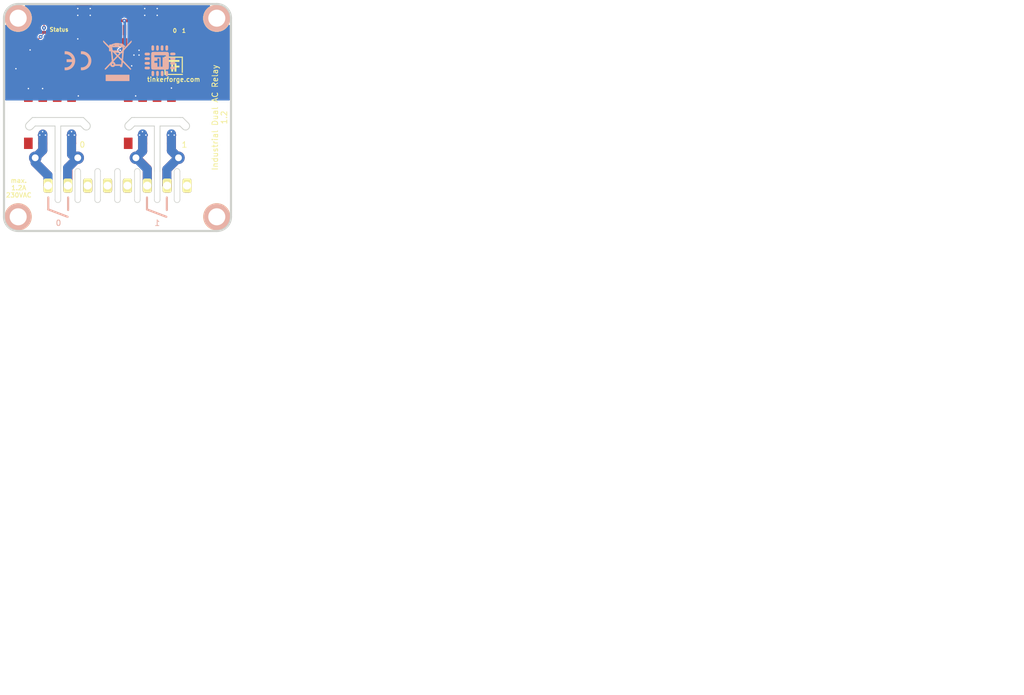
<source format=kicad_pcb>
(kicad_pcb (version 20211014) (generator pcbnew)
  (title_block (title "Industrial Dual AC Relay Bricklet") (date "2020-08-03") (rev "1.0") (company "Tinkerforge GmbH") (comment 1 "Licensed under CERN OHL v.1.1") (comment 2 "Copyright (©) 2020, T.Schneidmann <tim@tinkerforge.com>"))
  (layers (0 "F.Cu" signal "Front") (31 "B.Cu" signal "Back") (34 "B.Paste" user) (35 "F.Paste" user) (36 "B.SilkS" user "B.Silkscreen") (37 "F.SilkS" user "F.Silkscreen") (38 "B.Mask" user) (39 "F.Mask" user) (44 "Edge.Cuts" user))
  (net 0 "")
  (net 1 "3V3")
  (net 2 "GND")
  (net 3 "OUTPUT1")
  (net 4 "Net-(P1-Pad4)")
  (net 5 "Net-(P1-Pad5)")
  (net 6 "Net-(P1-Pad6)")
  (net 7 "Net-(P2-Pad2)")
  (net 8 "Net-(P2-Pad1)")
  (net 9 "Net-(P2-Pad6)")
  (net 10 "Net-(P2-Pad7)")
  (net 13 "Net-(C2-Pad1)")
  (net 14 "Net-(D1-Pad2)")
  (net 15 "Net-(P3-Pad1)")
  (net 16 "Net-(P4-Pad2)")
  (net 17 "Net-(R5-Pad1)")
  (net 18 "S-MISO")
  (net 19 "S-MOSI")
  (net 20 "S-CLK")
  (net 21 "S-CS")
  (net 22 "LED0")
  (net 23 "LED1")
  (net 24 "OUTPUT0")
  (net 25 "Net-(D2-Pad2)")
  (net 26 "Net-(D5-Pad2)")
  (net 48 "Net-(RP1-Pad1)")
  (net 49 "Net-(RP1-Pad4)")
  (footprint "kicad-libraries:DEBUG_PAD" (layer "F.Cu") (at 101 51.05)
    (fp_text reference "P3")
    (fp_text value "Debug")
    (pad "1" smd circle locked (at 0 0) (size 0.7 0.7) (layers "F.Cu" "F.Paste" "F.Mask") (net 15 "Net-(P3-Pad1)"))
  )
  (footprint "kicad-libraries:SolderJumper" (layer "F.Cu") (at 101 49.45)
    (fp_text reference "P4")
    (fp_text value "Boot")
    (pad "1" smd rect locked (at -0.5 0) (size 0.4 1.4) (layers "F.Cu" "F.Mask") (net 2 "GND"))
    (pad "1" smd rect locked (at -0.225 0.55) (size 0.95 0.3) (layers "F.Cu" "F.Mask") (net 2 "GND"))
    (pad "1" smd rect locked (at -0.225 -0.55) (size 0.95 0.3) (layers "F.Cu" "F.Mask") (net 2 "GND"))
    (pad "2" smd rect locked (at 0.55 0) (size 0.3 1.4) (layers "F.Cu" "F.Mask") (net 16 "Net-(P4-Pad2)"))
    (pad "2" smd rect locked (at 0.15 0) (size 0.6 0.5) (layers "F.Cu" "F.Mask") (net 16 "Net-(P4-Pad2)"))
  )
  (footprint "kicad-libraries:4X0402" (layer "F.Cu") (at 112.2 45.9 90)
    (fp_text reference "RP2")
    (fp_text value "82")
    (pad "1" smd rect locked (at -0.7493 0.575 270) (size 0.29972 0.65) (layers "F.Cu" "F.Paste" "F.Mask") (net 4 "Net-(P1-Pad4)"))
    (pad "2" smd rect locked (at -0.24892 0.575 270) (size 0.29972 0.65) (layers "F.Cu" "F.Paste" "F.Mask") (net 5 "Net-(P1-Pad5)"))
    (pad "3" smd rect locked (at 0.24892 0.575 270) (size 0.29972 0.65) (layers "F.Cu" "F.Paste" "F.Mask") (net 6 "Net-(P1-Pad6)"))
    (pad "4" smd rect locked (at 0.7493 0.575 270) (size 0.29972 0.65) (layers "F.Cu" "F.Paste" "F.Mask") (net 13 "Net-(C2-Pad1)"))
    (pad "5" smd rect locked (at 0.7493 -0.575 90) (size 0.29972 0.65) (layers "F.Cu" "F.Paste" "F.Mask") (net 18 "S-MISO"))
    (pad "6" smd rect locked (at 0.24892 -0.575 90) (size 0.29972 0.65) (layers "F.Cu" "F.Paste" "F.Mask") (net 19 "S-MOSI"))
    (pad "7" smd rect locked (at -0.24892 -0.575 90) (size 0.29972 0.65) (layers "F.Cu" "F.Paste" "F.Mask") (net 20 "S-CLK"))
    (pad "8" smd rect locked (at -0.7493 -0.575 90) (size 0.29972 0.65) (layers "F.Cu" "F.Paste" "F.Mask") (net 21 "S-CS"))
  )
  (footprint "kicad-libraries:C0603F" (layer "F.Cu") (at 120 46.2)
    (fp_text reference "C1")
    (fp_text value "1uF")
    (pad "1" smd rect locked (at -0.75 0) (size 0.9 0.9) (layers "F.Cu" "F.Paste" "F.Mask") (net 1 "3V3"))
    (pad "2" smd rect locked (at 0.75 0) (size 0.9 0.9) (layers "F.Cu" "F.Paste" "F.Mask") (net 2 "GND"))
  )
  (footprint "kicad-libraries:C0402F" (layer "F.Cu") (at 112.1 44.2 180)
    (fp_text reference "C2")
    (fp_text value "220pF")
    (pad "1" smd rect locked (at -0.5 0 180) (size 0.6 0.7) (layers "F.Cu" "F.Paste" "F.Mask") (net 13 "Net-(C2-Pad1)"))
    (pad "2" smd rect locked (at 0.5 0 180) (size 0.6 0.7) (layers "F.Cu" "F.Paste" "F.Mask") (net 2 "GND"))
  )
  (footprint "kicad-libraries:C0805" (layer "F.Cu") (at 120 44.7)
    (fp_text reference "C3")
    (fp_text value "10uF")
    (pad "1" smd rect locked (at -1.00076 0) (size 1.00076 1.24968) (layers "F.Cu" "F.Paste" "F.Mask") (net 1 "3V3") (clearance 0.14986))
    (pad "2" smd rect locked (at 1.00076 0) (size 1.00076 1.24968) (layers "F.Cu" "F.Paste" "F.Mask") (net 2 "GND") (clearance 0.14986))
  )
  (footprint "kicad-libraries:C0603F" (layer "F.Cu") (at 103.2 46.9 90)
    (fp_text reference "C4")
    (fp_text value "100nF")
    (pad "1" smd rect locked (at -0.75 0 90) (size 0.9 0.9) (layers "F.Cu" "F.Paste" "F.Mask") (net 1 "3V3"))
    (pad "2" smd rect locked (at 0.75 0 90) (size 0.9 0.9) (layers "F.Cu" "F.Paste" "F.Mask") (net 2 "GND"))
  )
  (footprint "kicad-libraries:D0603F" (layer "F.Cu") (at 108.2 40.55 -90)
    (fp_text reference "D1")
    (fp_text value "blue")
    (pad "1" smd rect locked (at -0.75 0 270) (size 0.9 0.9) (layers "F.Cu" "F.Paste" "F.Mask") (net 1 "3V3"))
    (pad "2" smd rect locked (at 0.75 0 270) (size 0.9 0.9) (layers "F.Cu" "F.Paste" "F.Mask") (net 14 "Net-(D1-Pad2)"))
  )
  (footprint "kicad-libraries:D0603F" (layer "F.Cu") (at 129.5 40.55 -90)
    (fp_text reference "D5")
    (fp_text value "blue")
    (pad "1" smd rect locked (at -0.75 0 270) (size 0.9 0.9) (layers "F.Cu" "F.Paste" "F.Mask") (net 1 "3V3"))
    (pad "2" smd rect locked (at 0.75 0 270) (size 0.9 0.9) (layers "F.Cu" "F.Paste" "F.Mask") (net 26 "Net-(D5-Pad2)"))
  )
  (footprint "kicad-libraries:CON-SENSOR2" (layer "F.Cu") (at 117.80012 38.0492 180)
    (fp_text reference "P1")
    (fp_text value "CON-SENSOR")
    (pad "1" smd rect locked (at -3.75 -4.6 180) (size 0.6 1.8) (layers "F.Cu" "F.Paste" "F.Mask"))
    (pad "2" smd rect locked (at -2.5 -4.6 180) (size 0.6 1.8) (layers "F.Cu" "F.Paste" "F.Mask") (net 2 "GND"))
    (pad "3" smd rect locked (at -1.25 -4.6 180) (size 0.6 1.8) (layers "F.Cu" "F.Paste" "F.Mask") (net 1 "3V3"))
    (pad "4" smd rect locked (at 0 -4.6 180) (size 0.6 1.8) (layers "F.Cu" "F.Paste" "F.Mask") (net 4 "Net-(P1-Pad4)"))
    (pad "5" smd rect locked (at 1.25 -4.6 180) (size 0.6 1.8) (layers "F.Cu" "F.Paste" "F.Mask") (net 5 "Net-(P1-Pad5)"))
    (pad "6" smd rect locked (at 2.5 -4.6 180) (size 0.6 1.8) (layers "F.Cu" "F.Paste" "F.Mask") (net 6 "Net-(P1-Pad6)"))
    (pad "7" smd rect locked (at 3.75 -4.6 180) (size 0.6 1.8) (layers "F.Cu" "F.Paste" "F.Mask") (net 13 "Net-(C2-Pad1)"))
    (pad "EP" smd rect locked (at -5.9 -1.2 180) (size 1.4 2.4) (layers "F.Cu" "F.Paste" "F.Mask") (net 2 "GND"))
    (pad "EP" smd rect locked (at 5.9 -1.2 180) (size 1.4 2.4) (layers "F.Cu" "F.Paste" "F.Mask") (net 2 "GND"))
  )
  (footprint "kicad-libraries:OQ_8P_230V" (layer "F.Cu") (at 117.80012 70.05066)
    (fp_text reference "P2")
    (fp_text value "Digital Output")
    (fp_line (start -6.5 -2.5) (end -6.5 2.5) (layer "Edge.Cuts") (width 0.12))
    (fp_line (start 11 -2.5) (end 11 2.5) (layer "Edge.Cuts") (width 0.12))
    (fp_line (start 10 -2.5) (end 10 2.5) (layer "Edge.Cuts") (width 0.12))
    (fp_line (start -3 -2.5) (end -3 2.5) (layer "Edge.Cuts") (width 0.12))
    (fp_line (start -4 -2.5) (end -4 2.5) (layer "Edge.Cuts") (width 0.12))
    (fp_line (start -11 -2.5) (end -11 2.5) (layer "Edge.Cuts") (width 0.12))
    (fp_line (start 0.5 -2.5) (end 0.5 2.5) (layer "Edge.Cuts") (width 0.12))
    (fp_line (start -7.5 -2.5) (end -7.5 2.5) (layer "Edge.Cuts") (width 0.12))
    (fp_line (start 4 -2.5) (end 4 2.5) (layer "Edge.Cuts") (width 0.12))
    (fp_line (start 6.5 -2.5) (end 6.5 2.5) (layer "Edge.Cuts") (width 0.12))
    (fp_line (start 3 -2.5) (end 3 2.5) (layer "Edge.Cuts") (width 0.12))
    (fp_line (start -0.5 -2.5) (end -0.5 2.5) (layer "Edge.Cuts") (width 0.12))
    (fp_line (start -10 -2.5) (end -10 2.5) (layer "Edge.Cuts") (width 0.12))
    (fp_line (start 7.5 -2.5) (end 7.5 2.5) (layer "Edge.Cuts") (width 0.12))
    (fp_arc (start -3 2.5) (mid -3.5 3) (end -4 2.5) (layer "Edge.Cuts") (width 0.12))
    (fp_arc (start 4 2.5) (mid 3.5 3) (end 3 2.5) (layer "Edge.Cuts") (width 0.12))
    (fp_arc (start -0.5 -2.5) (mid 0 -3) (end 0.5 -2.5) (layer "Edge.Cuts") (width 0.12))
    (fp_arc (start -7.5 -2.5) (mid -7 -3) (end -6.5 -2.5) (layer "Edge.Cuts") (width 0.12))
    (fp_arc (start 10 -2.5) (mid 10.5 -3) (end 11 -2.5) (layer "Edge.Cuts") (width 0.12))
    (fp_arc (start -4 -2.5) (mid -3.5 -3) (end -3 -2.5) (layer "Edge.Cuts") (width 0.12))
    (fp_arc (start -10 2.5) (mid -10.5 3) (end -11 2.5) (layer "Edge.Cuts") (width 0.12))
    (fp_arc (start 7.5 2.5) (mid 7 3) (end 6.5 2.5) (layer "Edge.Cuts") (width 0.12))
    (fp_arc (start 0.5 2.5) (mid 0 3) (end -0.5 2.5) (layer "Edge.Cuts") (width 0.12))
    (fp_arc (start 3 -2.5) (mid 3.5 -3) (end 4 -2.5) (layer "Edge.Cuts") (width 0.12))
    (fp_arc (start -6.5 2.5) (mid -7 3) (end -7.5 2.5) (layer "Edge.Cuts") (width 0.12))
    (fp_arc (start 11 2.5) (mid 10.5 3) (end 10 2.5) (layer "Edge.Cuts") (width 0.12))
    (pad "1" thru_hole roundrect (at -12.25042 0) (size 1.6 2.5) (drill 1.4) (layers *.Cu *.Mask "F.SilkS") (net 8 "Net-(P2-Pad1)"))
    (pad "2" thru_hole roundrect (at -8.7503 0) (size 1.6 2.5) (drill 1.4) (layers *.Cu *.Mask "F.SilkS") (net 7 "Net-(P2-Pad2)"))
    (pad "3" thru_hole roundrect (at -5.25018 0) (size 1.6 2.5) (drill 1.4) (layers *.Cu *.Mask "F.SilkS"))
    (pad "4" thru_hole roundrect (at -1.75006 0) (size 1.6 2.5) (drill 1.4) (layers *.Cu *.Mask "F.SilkS"))
    (pad "5" thru_hole roundrect (at 1.75006 0) (size 1.6 2.5) (drill 1.4) (layers *.Cu *.Mask "F.SilkS"))
    (pad "6" thru_hole roundrect (at 5.25018 0) (size 1.6 2.5) (drill 1.4) (layers *.Cu *.Mask "F.SilkS") (net 9 "Net-(P2-Pad6)"))
    (pad "7" thru_hole roundrect (at 8.7503 0) (size 1.6 2.5) (drill 1.4) (layers *.Cu *.Mask "F.SilkS") (net 10 "Net-(P2-Pad7)"))
    (pad "8" thru_hole roundrect (at 12.25042 0) (size 1.6 2.5) (drill 1.4) (layers *.Cu *.Mask "F.SilkS"))
  )
  (footprint "kicad-libraries:R0603F" (layer "F.Cu") (at 106.8 40.55 -90)
    (fp_text reference "R5")
    (fp_text value "1k")
    (pad "1" smd rect locked (at -0.75 0 270) (size 0.9 0.9) (layers "F.Cu" "F.Paste" "F.Mask") (net 17 "Net-(R5-Pad1)"))
    (pad "2" smd rect locked (at 0.75 0 270) (size 0.9 0.9) (layers "F.Cu" "F.Paste" "F.Mask") (net 14 "Net-(D1-Pad2)"))
  )
  (footprint "kicad-libraries:0603X4" (layer "F.Cu") (at 115.3 51.05 180)
    (fp_text reference "RP1")
    (fp_text value "150")
    (pad "1" smd rect locked (at 1.19888 -0.8509 180) (size 0.44958 0.89916) (layers "F.Cu" "F.Paste" "F.Mask") (net 48 "Net-(RP1-Pad1)"))
    (pad "2" smd rect locked (at 0.39878 -0.8509 180) (size 0.44958 0.89916) (layers "F.Cu" "F.Paste" "F.Mask"))
    (pad "3" smd rect locked (at -0.39878 -0.8509 180) (size 0.44958 0.89916) (layers "F.Cu" "F.Paste" "F.Mask"))
    (pad "4" smd rect locked (at -1.19888 -0.8509 180) (size 0.44958 0.89916) (layers "F.Cu" "F.Paste" "F.Mask") (net 49 "Net-(RP1-Pad4)"))
    (pad "5" smd rect locked (at -1.19888 0.8509 180) (size 0.44958 0.89916) (layers "F.Cu" "F.Paste" "F.Mask") (net 3 "OUTPUT1"))
    (pad "6" smd rect locked (at -0.39878 0.8509 180) (size 0.44958 0.89916) (layers "F.Cu" "F.Paste" "F.Mask"))
    (pad "7" smd rect locked (at 0.39878 0.8509 180) (size 0.44958 0.89916) (layers "F.Cu" "F.Paste" "F.Mask"))
    (pad "8" smd rect locked (at 1.19888 0.8509 180) (size 0.44958 0.89916) (layers "F.Cu" "F.Paste" "F.Mask") (net 24 "OUTPUT0"))
  )
  (footprint "kicad-libraries:0603X4" (layer "F.Cu") (at 128.7 45.15 180)
    (fp_text reference "RP3")
    (fp_text value "1k")
    (pad "1" smd rect locked (at 1.19888 -0.8509 180) (size 0.44958 0.89916) (layers "F.Cu" "F.Paste" "F.Mask") (net 22 "LED0"))
    (pad "2" smd rect locked (at 0.39878 -0.8509 180) (size 0.44958 0.89916) (layers "F.Cu" "F.Paste" "F.Mask"))
    (pad "3" smd rect locked (at -0.39878 -0.8509 180) (size 0.44958 0.89916) (layers "F.Cu" "F.Paste" "F.Mask"))
    (pad "4" smd rect locked (at -1.19888 -0.8509 180) (size 0.44958 0.89916) (layers "F.Cu" "F.Paste" "F.Mask") (net 23 "LED1"))
    (pad "5" smd rect locked (at -1.19888 0.8509 180) (size 0.44958 0.89916) (layers "F.Cu" "F.Paste" "F.Mask") (net 26 "Net-(D5-Pad2)"))
    (pad "6" smd rect locked (at -0.39878 0.8509 180) (size 0.44958 0.89916) (layers "F.Cu" "F.Paste" "F.Mask"))
    (pad "7" smd rect locked (at 0.39878 0.8509 180) (size 0.44958 0.89916) (layers "F.Cu" "F.Paste" "F.Mask"))
    (pad "8" smd rect locked (at 1.19888 0.8509 180) (size 0.44958 0.89916) (layers "F.Cu" "F.Paste" "F.Mask") (net 25 "Net-(D2-Pad2)"))
  )
  (footprint "kicad-libraries:DRILL_NP" (layer "F.Cu") (at 100.29952 75.54976)
    (fp_text reference "U6" hide)
    (fp_text value "DRILL" hide)
    (pad "" np_thru_hole circle locked (at 0 0) (size 2.99974 2.99974) (drill 2.99974) (layers *.Cu *.Mask "F.SilkS") (clearance 0.89916))
  )
  (footprint "kicad-libraries:DRILL_NP" (layer "F.Cu") (at 100.29952 40.54856)
    (fp_text reference "U7" hide)
    (fp_text value "DRILL" hide)
    (pad "" np_thru_hole circle locked (at 0 0) (size 2.99974 2.99974) (drill 2.99974) (layers *.Cu *.Mask "F.SilkS") (clearance 0.89916))
  )
  (footprint "kicad-libraries:DRILL_NP" (layer "F.Cu") (at 135.30072 40.54856)
    (fp_text reference "U8" hide)
    (fp_text value "DRILL" hide)
    (pad "" np_thru_hole circle locked (at 0 0) (size 2.99974 2.99974) (drill 2.99974) (layers *.Cu *.Mask "F.SilkS") (clearance 0.89916))
  )
  (footprint "kicad-libraries:DRILL_NP" (layer "F.Cu") (at 135.30072 75.54976)
    (fp_text reference "U9" hide)
    (fp_text value "DRILL" hide)
    (pad "" np_thru_hole circle locked (at 0 0) (size 2.99974 2.99974) (drill 2.99974) (layers *.Cu *.Mask "F.SilkS") (clearance 0.89916))
  )
  (footprint "kicad-libraries:VAR_10mm" (layer "F.Cu") (at 107.05 65.15 180)
    (fp_text reference "R4")
    (fp_text value "MOV-10D391KTR")
    (pad "1" thru_hole circle (at -3.75 0 180) (size 2.2 2.2) (drill 1.2) (layers *.Cu *.Mask) (net 7 "Net-(P2-Pad2)"))
    (pad "2" thru_hole circle (at 3.75 0 180) (size 2.2 2.2) (drill 1.2) (layers *.Cu *.Mask) (net 8 "Net-(P2-Pad1)"))
  )
  (footprint "kicad-libraries:0603X4" (layer "F.Cu") (at 120.3 51.05 180)
    (fp_text reference "RP4")
    (fp_text value "10k")
    (pad "1" smd rect locked (at 1.19888 -0.8509 180) (size 0.44958 0.89916) (layers "F.Cu" "F.Paste" "F.Mask") (net 24 "OUTPUT0"))
    (pad "2" smd rect locked (at 0.39878 -0.8509 180) (size 0.44958 0.89916) (layers "F.Cu" "F.Paste" "F.Mask"))
    (pad "3" smd rect locked (at -0.39878 -0.8509 180) (size 0.44958 0.89916) (layers "F.Cu" "F.Paste" "F.Mask"))
    (pad "4" smd rect locked (at -1.19888 -0.8509 180) (size 0.44958 0.89916) (layers "F.Cu" "F.Paste" "F.Mask") (net 3 "OUTPUT1"))
    (pad "5" smd rect locked (at -1.19888 0.8509 180) (size 0.44958 0.89916) (layers "F.Cu" "F.Paste" "F.Mask") (net 2 "GND"))
    (pad "6" smd rect locked (at -0.39878 0.8509 180) (size 0.44958 0.89916) (layers "F.Cu" "F.Paste" "F.Mask") (net 2 "GND"))
    (pad "7" smd rect locked (at 0.39878 0.8509 180) (size 0.44958 0.89916) (layers "F.Cu" "F.Paste" "F.Mask") (net 2 "GND"))
    (pad "8" smd rect locked (at 1.19888 0.8509 180) (size 0.44958 0.89916) (layers "F.Cu" "F.Paste" "F.Mask") (net 2 "GND"))
  )
  (footprint "kicad-libraries:AQ-H" (layer "F.Cu") (at 105.9 58.45 180)
    (fp_text reference "U5")
    (fp_text value "AQH3213AX")
    (pad "1" smd rect locked (at -3.81 4.15 180) (size 1.524 2) (layers "F.Cu" "F.Paste" "F.Mask") (net 2 "GND"))
    (pad "2" smd rect locked (at -1.27 4.15 180) (size 1.524 2) (layers "F.Cu" "F.Paste" "F.Mask") (net 48 "Net-(RP1-Pad1)"))
    (pad "3" smd rect locked (at 1.27 4.15 180) (size 1.524 2) (layers "F.Cu" "F.Paste" "F.Mask") (net 2 "GND"))
    (pad "4" smd rect locked (at 3.81 4.15 180) (size 1.524 2) (layers "F.Cu" "F.Paste" "F.Mask") (net 2 "GND"))
    (pad "5" smd rect locked (at 3.81 -4.15 180) (size 1.524 2) (layers "F.Cu" "F.Paste" "F.Mask"))
    (pad "6" smd rect locked (at 1.27 -4.15 180) (size 1.524 2) (layers "F.Cu" "F.Paste" "F.Mask") (net 8 "Net-(P2-Pad1)"))
    (pad "8" smd rect locked (at -3.81 -4.15 180) (size 1.524 2) (layers "F.Cu" "F.Paste" "F.Mask") (net 7 "Net-(P2-Pad2)"))
  )
  (footprint "kicad-libraries:D0603F" (layer "F.Cu") (at 127.9 40.55 -90)
    (fp_text reference "D2")
    (fp_text value "blue")
    (pad "1" smd rect locked (at -0.75 0 270) (size 0.9 0.9) (layers "F.Cu" "F.Paste" "F.Mask") (net 1 "3V3"))
    (pad "2" smd rect locked (at 0.75 0 270) (size 0.9 0.9) (layers "F.Cu" "F.Paste" "F.Mask") (net 25 "Net-(D2-Pad2)"))
  )
  (footprint "kicad-libraries:QFN24-4x4mm-0.5mm" (layer "F.Cu") (at 106.8 46.8 -90)
    (fp_text reference "U1")
    (fp_text value "XMC1100")
    (pad "1" smd oval locked (at -2.025 -1.25 270) (size 1 0.3) (layers "F.Cu" "F.Paste" "F.Mask") (net 18 "S-MISO"))
    (pad "2" smd oval locked (at -2.025 -0.75 270) (size 1 0.3) (layers "F.Cu" "F.Paste" "F.Mask"))
    (pad "3" smd oval locked (at -2.025 -0.25 270) (size 1 0.3) (layers "F.Cu" "F.Paste" "F.Mask"))
    (pad "4" smd oval locked (at -2.025 0.25 270) (size 1 0.3) (layers "F.Cu" "F.Paste" "F.Mask"))
    (pad "5" smd oval locked (at -2.025 0.75 270) (size 1 0.3) (layers "F.Cu" "F.Paste" "F.Mask"))
    (pad "6" smd oval locked (at -2.025 1.25 270) (size 1 0.3) (layers "F.Cu" "F.Paste" "F.Mask"))
    (pad "7" smd oval locked (at -1.25 2.025) (size 1 0.3) (layers "F.Cu" "F.Paste" "F.Mask") (net 17 "Net-(R5-Pad1)"))
    (pad "8" smd oval locked (at -0.75 2.025) (size 1 0.3) (layers "F.Cu" "F.Paste" "F.Mask"))
    (pad "9" smd oval locked (at -0.25 2.025) (size 1 0.3) (layers "F.Cu" "F.Paste" "F.Mask") (net 2 "GND"))
    (pad "10" smd oval locked (at 0.25 2.025) (size 1 0.3) (layers "F.Cu" "F.Paste" "F.Mask") (net 1 "3V3"))
    (pad "11" smd oval locked (at 0.75 2.025) (size 1 0.3) (layers "F.Cu" "F.Paste" "F.Mask") (net 16 "Net-(P4-Pad2)"))
    (pad "12" smd oval locked (at 1.25 2.025) (size 1 0.3) (layers "F.Cu" "F.Paste" "F.Mask") (net 15 "Net-(P3-Pad1)"))
    (pad "13" smd oval locked (at 2.025 1.25 270) (size 1 0.3) (layers "F.Cu" "F.Paste" "F.Mask") (net 24 "OUTPUT0"))
    (pad "14" smd oval locked (at 2.025 0.75 270) (size 1 0.3) (layers "F.Cu" "F.Paste" "F.Mask") (net 3 "OUTPUT1"))
    (pad "15" smd oval locked (at 2.025 0.25 270) (size 1 0.3) (layers "F.Cu" "F.Paste" "F.Mask"))
    (pad "16" smd oval locked (at 2.025 -0.25 270) (size 1 0.3) (layers "F.Cu" "F.Paste" "F.Mask"))
    (pad "17" smd oval locked (at 2.025 -0.75 270) (size 1 0.3) (layers "F.Cu" "F.Paste" "F.Mask"))
    (pad "18" smd oval locked (at 2.025 -1.25 270) (size 1 0.3) (layers "F.Cu" "F.Paste" "F.Mask"))
    (pad "19" smd oval locked (at 1.25 -2.025) (size 1 0.3) (layers "F.Cu" "F.Paste" "F.Mask"))
    (pad "20" smd oval locked (at 0.75 -2.025) (size 1 0.3) (layers "F.Cu" "F.Paste" "F.Mask") (net 23 "LED1"))
    (pad "21" smd oval locked (at 0.25 -2.025) (size 1 0.3) (layers "F.Cu" "F.Paste" "F.Mask") (net 22 "LED0"))
    (pad "22" smd oval locked (at -0.25 -2.025) (size 1 0.3) (layers "F.Cu" "F.Paste" "F.Mask") (net 21 "S-CS"))
    (pad "23" smd oval locked (at -0.75 -2.025) (size 1 0.3) (layers "F.Cu" "F.Paste" "F.Mask") (net 20 "S-CLK"))
    (pad "24" smd oval locked (at -1.25 -2.025) (size 1 0.3) (layers "F.Cu" "F.Paste" "F.Mask") (net 19 "S-MOSI"))
    (pad "EXP" smd rect locked (at -0.65 -0.65 270) (size 1.3 1.3) (layers "F.Cu" "F.Paste" "F.Mask") (net 2 "GND"))
    (pad "EXP" smd rect locked (at 0.65 -0.65 270) (size 1.3 1.3) (layers "F.Cu" "F.Paste" "F.Mask") (net 2 "GND"))
    (pad "EXP" smd rect locked (at -0.65 0.65 270) (size 1.3 1.3) (layers "F.Cu" "F.Paste" "F.Mask") (net 2 "GND"))
    (pad "EXP" smd rect locked (at 0.65 0.65 270) (size 1.3 1.3) (layers "F.Cu" "F.Paste" "F.Mask") (net 2 "GND"))
  )
  (footprint "kicad-libraries:VAR_10mm" (layer "F.Cu") (at 124.8 65.15 180)
    (fp_text reference "R1")
    (fp_text value "MOV-10D391KTR")
    (pad "1" thru_hole circle (at -3.75 0 180) (size 2.2 2.2) (drill 1.2) (layers *.Cu *.Mask) (net 10 "Net-(P2-Pad7)"))
    (pad "2" thru_hole circle (at 3.75 0 180) (size 2.2 2.2) (drill 1.2) (layers *.Cu *.Mask) (net 9 "Net-(P2-Pad6)"))
  )
  (footprint "kicad-libraries:AQ-H" (layer "F.Cu") (at 123.5 58.45 180)
    (fp_text reference "U2")
    (fp_text value "AQH3213AX")
    (pad "1" smd rect locked (at -3.81 4.15 180) (size 1.524 2) (layers "F.Cu" "F.Paste" "F.Mask") (net 2 "GND"))
    (pad "2" smd rect locked (at -1.27 4.15 180) (size 1.524 2) (layers "F.Cu" "F.Paste" "F.Mask") (net 49 "Net-(RP1-Pad4)"))
    (pad "3" smd rect locked (at 1.27 4.15 180) (size 1.524 2) (layers "F.Cu" "F.Paste" "F.Mask") (net 2 "GND"))
    (pad "4" smd rect locked (at 3.81 4.15 180) (size 1.524 2) (layers "F.Cu" "F.Paste" "F.Mask") (net 2 "GND"))
    (pad "5" smd rect locked (at 3.81 -4.15 180) (size 1.524 2) (layers "F.Cu" "F.Paste" "F.Mask"))
    (pad "6" smd rect locked (at 1.27 -4.15 180) (size 1.524 2) (layers "F.Cu" "F.Paste" "F.Mask") (net 9 "Net-(P2-Pad6)"))
    (pad "8" smd rect locked (at -3.81 -4.15 180) (size 1.524 2) (layers "F.Cu" "F.Paste" "F.Mask") (net 10 "Net-(P2-Pad7)"))
  )
  (footprint "kicad-libraries:Logo_31x31" (layer "F.Cu") (at 127.7 48.95)
    (fp_text reference "G***" hide)
    (fp_text value "LOGO" hide)
  )
  (footprint "kicad-libraries:WEEE_7mm" (layer "B.Cu") (at 117.8 48.05 180)
    (fp_text reference "VAL" hide)
    (fp_text value "WEEE_7mm" hide)
  )
  (footprint "kicad-libraries:CE_5mm" (layer "B.Cu") (at 110.8 48.05 180)
    (fp_text reference "VAL" hide)
    (fp_text value "CE_5mm" hide)
  )
  (footprint "kicad-libraries:Logo_CoMCU" (layer "B.Cu") (at 125.3 48.05 180)
    (fp_text reference "G***" hide)
    (fp_text value "LOGO" hide)
  )
  (gr_line (start 123 74.25) (end 126.4 75.55) (layer "B.SilkS") (width 0.381))
  (gr_line (start 123 72.15) (end 123 74.25) (layer "B.SilkS") (width 0.381))
  (gr_line (start 126.5 72.15) (end 126.5 74.35) (layer "B.SilkS") (width 0.381))
  (gr_line (start 109.1 72.15) (end 109.1 74.35) (layer "B.SilkS") (width 0.381))
  (gr_line (start 105.6 72.15) (end 105.6 74.25) (layer "B.SilkS") (width 0.381))
  (gr_line (start 105.6 74.25) (end 109 75.55) (layer "B.SilkS") (width 0.381))
  (gr_line (start 106.80012 67.55066) (end 106.8 59.55) (layer "Edge.Cuts") (width 0.15))
  (gr_arc (start 97.80016 40.5511) (mid 98.532206 38.783786) (end 100.29952 38.05174) (layer "Edge.Cuts") (width 0.381))
  (gr_line (start 103.3 59.55) (end 106.8 59.55) (layer "Edge.Cuts") (width 0.15))
  (gr_line (start 111.3 59.55) (end 111.8 60.05) (layer "Edge.Cuts") (width 0.15))
  (gr_line (start 129.3 58.05) (end 130.3 59.05) (layer "Edge.Cuts") (width 0.15))
  (gr_line (start 125.3 59.55) (end 128.8 59.55) (layer "Edge.Cuts") (width 0.15))
  (gr_line (start 103.3 58.05) (end 102.8 58.05) (layer "Edge.Cuts") (width 0.15))
  (gr_line (start 102.8 58.05) (end 101.8 59.05) (layer "Edge.Cuts") (width 0.15))
  (gr_line (start 103.3 59.55) (end 102.8 60.05) (layer "Edge.Cuts") (width 0.15))
  (gr_line (start 97.80016 40.5511) (end 97.8 75.54976) (layer "Edge.Cuts") (width 0.381))
  (gr_line (start 107.8 59.55) (end 111.3 59.55) (layer "Edge.Cuts") (width 0.15))
  (gr_line (start 125.30012 67.55066) (end 125.3 59.55) (layer "Edge.Cuts") (width 0.15))
  (gr_line (start 100.29952 78.04912) (end 135.29818 78.05166) (layer "Edge.Cuts") (width 0.381))
  (gr_arc (start 135.29818 38.0492) (mid 137.06729 38.78199) (end 137.80008 40.5511) (layer "Edge.Cuts") (width 0.381))
  (gr_line (start 103.3 58.05) (end 111.3 58.05) (layer "Edge.Cuts") (width 0.15))
  (gr_line (start 111.3 58.05) (end 111.8 58.05) (layer "Edge.Cuts") (width 0.15))
  (gr_line (start 120.8 59.55) (end 124.3 59.55) (layer "Edge.Cuts") (width 0.15))
  (gr_line (start 124.30012 67.55066) (end 124.3 59.55) (layer "Edge.Cuts") (width 0.15))
  (gr_line (start 128.8 58.05) (end 129.3 58.05) (layer "Edge.Cuts") (width 0.15))
  (gr_line (start 111.8 58.05) (end 112.8 59.05) (layer "Edge.Cuts") (width 0.15))
  (gr_line (start 128.8 59.55) (end 129.3 60.05) (layer "Edge.Cuts") (width 0.15))
  (gr_arc (start 100.29952 78.04912) (mid 98.532206 77.317074) (end 97.80016 75.54976) (layer "Edge.Cuts") (width 0.381))
  (gr_line (start 120.8 58.05) (end 128.8 58.05) (layer "Edge.Cuts") (width 0.15))
  (gr_line (start 120.3 58.05) (end 119.3 59.05) (layer "Edge.Cuts") (width 0.15))
  (gr_arc (start 137.80008 75.54976) (mid 137.06729 77.31887) (end 135.29818 78.05166) (layer "Edge.Cuts") (width 0.381))
  (gr_arc (start 102.799999 60.049999) (mid 101.800001 60.049999) (end 101.800001 59.050001) (layer "Edge.Cuts") (width 0.15))
  (gr_line (start 107.80012 67.55066) (end 107.8 59.55) (layer "Edge.Cuts") (width 0.15))
  (gr_line (start 120.8 59.55) (end 120.3 60.05) (layer "Edge.Cuts") (width 0.15))
  (gr_arc (start 112.799999 59.050001) (mid 112.799999 60.049999) (end 111.800001 60.049999) (layer "Edge.Cuts") (width 0.15))
  (gr_arc (start 130.299999 59.050001) (mid 130.299999 60.049999) (end 129.300001 60.049999) (layer "Edge.Cuts") (width 0.15))
  (gr_line (start 135.30072 38.0492) (end 100.29952 38.0492) (layer "Edge.Cuts") (width 0.381))
  (gr_line (start 137.80262 75.54976) (end 137.80262 40.5511) (layer "Edge.Cuts") (width 0.381))
  (gr_arc (start 120.299999 60.049999) (mid 119.300001 60.049999) (end 119.300001 59.050001) (layer "Edge.Cuts") (width 0.15))
  (gr_line (start 120.8 58.05) (end 120.3 58.05) (layer "Edge.Cuts") (width 0.15))
  (gr_text "0" (at 107.4 76.65) (layer "B.SilkS") (effects (font (size 1.00076 1.00076) (thickness 0.14986))))
  (gr_text "1" (at 124.8 76.65) (layer "B.SilkS") (effects (font (size 1.00076 1.00076) (thickness 0.14986)) (justify mirror)))
  (gr_text "0" (at 111.6 62.85) (layer "F.SilkS") (effects (font (size 1.00076 1.00076) (thickness 0.14986))))
  (gr_text "0" (at 127.9 42.75) (layer "F.SilkS") (effects (font (size 0.70104 0.70104) (thickness 0.14986))))
  (gr_text "1" (at 129.6 62.85) (layer "F.SilkS") (effects (font (size 1.00076 1.00076) (thickness 0.14986))))
  (gr_text "Industrial Dual AC Relay\n1.2" (at 135.8 58.05 90) (layer "F.SilkS") (effects (font (size 1 1))))
  (gr_text "Status" (at 107.5 42.55) (layer "F.SilkS") (effects (font (size 0.70104 0.70104) (thickness 0.14986))))
  (gr_text "1" (at 129.5 42.75) (layer "F.SilkS") (effects (font (size 0.70104 0.70104) (thickness 0.14986))))
  (gr_text "max.\n1.2A\n230VAC\n" (at 100.4 70.45) (layer "F.SilkS") (effects (font (size 0.8 0.8))))
  (gr_text "tinkerforge.com" (at 127.7 51.35) (layer "F.SilkS") (effects (font (size 0.8001 0.8001) (thickness 0.14986))))
  (segment (start 104.15 47.05) (end 103.55 47.65) (width 0.29972) (layer "F.Cu") (net 1))
  (segment (start 103.55 47.65) (end 103.3 47.65) (width 0.29972) (layer "F.Cu") (net 1))
  (segment (start 119.25 46.2) (end 118.3 46.2) (width 0.50038) (layer "F.Cu") (net 1))
  (segment (start 119.25 44.95076) (end 118.99924 44.7) (width 0.50038) (layer "F.Cu") (net 1))
  (segment (start 119.05012 44.64912) (end 118.99924 44.7) (width 0.50038) (layer "F.Cu") (net 1))
  (segment (start 113.35 41) (end 111.3 43.05) (width 0.50038) (layer "F.Cu") (net 1))
  (segment (start 111.3 43.05) (end 109.7 43.05) (width 0.50038) (layer "F.Cu") (net 1))
  (segment (start 102.1 47.65) (end 101.6 47.15) (width 0.29972) (layer "F.Cu") (net 1))
  (segment (start 125.45 41) (end 119 41) (width 0.50038) (layer "F.Cu") (net 1))
  (segment (start 101.4 44.85) (end 101.4 46.95) (width 0.50038) (layer "F.Cu") (net 1))
  (segment (start 109.7 41.15) (end 109.7 43.05) (width 0.29972) (layer "F.Cu") (net 1))
  (segment (start 119.05012 42.6492) (end 119.05012 44.64912) (width 0.50038) (layer "F.Cu") (net 1))
  (segment (start 108.2 39.8) (end 108.95 39.8) (width 0.29972) (layer "F.Cu") (net 1))
  (segment (start 101.4 46.95) (end 102.1 47.65) (width 0.50038) (layer "F.Cu") (net 1))
  (segment (start 127.9 39.8) (end 126.65 39.8) (width 0.50038) (layer "F.Cu") (net 1))
  (segment (start 108.95 39.8) (end 109.7 40.55) (width 0.29972) (layer "F.Cu") (net 1))
  (segment (start 102.1 47.65) (end 103.2 47.65) (width 0.50038) (layer "F.Cu") (net 1))
  (segment (start 103.3 47.65) (end 102.1 47.65) (width 0.29972) (layer "F.Cu") (net 1))
  (segment (start 129.5 39.8) (end 127.9 39.8) (width 0.50038) (layer "F.Cu") (net 1))
  (segment (start 109.7 43.05) (end 103.2 43.05) (width 0.50038) (layer "F.Cu") (net 1))
  (segment (start 119 41) (end 113.35 41) (width 0.50038) (layer "F.Cu") (net 1))
  (segment (start 103.2 43.05) (end 101.4 44.85) (width 0.50038) (layer "F.Cu") (net 1))
  (segment (start 109.7 40.55) (end 109.7 41.15) (width 0.29972) (layer "F.Cu") (net 1))
  (segment (start 126.65 39.8) (end 125.45 41) (width 0.50038) (layer "F.Cu") (net 1))
  (segment (start 119.25 46.2) (end 119.25 44.95076) (width 0.50038) (layer "F.Cu") (net 1))
  (segment (start 104.775 47.05) (end 104.15 47.05) (width 0.29972) (layer "F.Cu") (net 1))
  (via (at 119 41) (size 0.70104) (drill 0.24892) (layers "F.Cu" "B.Cu") (net 1))
  (via (at 118.3 46.2) (size 0.70104) (drill 0.24892) (layers "F.Cu" "B.Cu") (net 1))
  (segment (start 119 41) (end 119.1 41.1) (width 0.50038) (layer "B.Cu") (net 1))
  (segment (start 119.1 41.1) (end 119.1 45.4) (width 0.50038) (layer "B.Cu") (net 1))
  (segment (start 119.1 45.4) (end 118.3 46.2) (width 0.50038) (layer "B.Cu") (net 1))
  (segment (start 104.05 46.55) (end 103.65 46.15) (width 0.29972) (layer "F.Cu") (net 2))
  (segment (start 103.65 46.15) (end 103.3 46.15) (width 0.29972) (layer "F.Cu") (net 2))
  (segment (start 105.75 46.55) (end 106.15 46.15) (width 0.29972) (layer "F.Cu") (net 2))
  (segment (start 120.30012 43.40012) (end 121.00076 44.10076) (width 0.50038) (layer "F.Cu") (net 2))
  (segment (start 121.00076 44.10076) (end 121.00076 44.7) (width 0.50038) (layer "F.Cu") (net 2))
  (segment (start 121.00076 45.39924) (end 120.75 45.65) (width 0.50038) (layer "F.Cu") (net 2))
  (segment (start 120.75 45.65) (end 120.75 46.2) (width 0.50038) (layer "F.Cu") (net 2))
  (segment (start 122.23 54.3) (end 121.05 54.3) (width 0.29972) (layer "F.Cu") (net 2))
  (segment (start 121 54.25) (end 119.74 54.25) (width 0.29972) (layer "F.Cu") (net 2))
  (segment (start 119.74 54.25) (end 119.69 54.3) (width 0.29972) (layer "F.Cu") (net 2))
  (segment (start 121.05 54.3) (end 121 54.25) (width 0.29972) (layer "F.Cu") (net 2))
  (segment (start 119.69 54.3) (end 122.23 54.3) (width 1.00076) (layer "F.Cu") (net 2))
  (segment (start 121.00076 44.7) (end 121.00076 45.39924) (width 0.50038) (layer "F.Cu") (net 2))
  (segment (start 121.49888 49.44888) (end 121 48.95) (width 0.29972) (layer "F.Cu") (net 2))
  (segment (start 119.10112 50.1991) (end 119.10112 49.44888) (width 0.29972) (layer "F.Cu") (net 2))
  (segment (start 104.775 46.55) (end 105.75 46.55) (width 0.29972) (layer "F.Cu") (net 2))
  (segment (start 111.45 44.2) (end 110.8 44.2) (width 0.50038) (layer "F.Cu") (net 2))
  (segment (start 100.5 49.175) (end 100.5 49.45) (width 0.14986) (layer "F.Cu") (net 2))
  (segment (start 119.10112 49.44888) (end 119.6 48.95) (width 0.29972) (layer "F.Cu") (net 2))
  (segment (start 110.850001 54.3) (end 110.900001 54.25) (width 1.00076) (layer "F.Cu") (net 2))
  (segment (start 104.63 54.3) (end 104.63 52.98) (width 1.00076) (layer "F.Cu") (net 2))
  (segment (start 103.3 46.15) (end 102.4 46.15) (width 0.50038) (layer "F.Cu") (net 2))
  (segment (start 119.90122 49.34878) (end 120.3 48.95) (width 0.29972) (layer "F.Cu") (net 2))
  (segment (start 121.49888 50.1991) (end 121.49888 49.44888) (width 0.29972) (layer "F.Cu") (net 2))
  (segment (start 119.6 48.95) (end 120.3 48.95) (width 0.29972) (layer "F.Cu") (net 2))
  (segment (start 106.15 46.15) (end 107.45 46.15) (width 0.29972) (layer "F.Cu") (net 2))
  (segment (start 100.5 49.45) (end 100.5 49.75) (width 0.14986) (layer "F.Cu") (net 2))
  (segment (start 109.71 54.3) (end 110.850001 54.3) (width 1.00076) (layer "F.Cu") (net 2))
  (segment (start 127.31 52.86006) (end 127.31003 52.86003) (width 1.00076) (layer "F.Cu") (net 2))
  (segment (start 106.15 47.45) (end 107.45 47.45) (width 0.29972) (layer "F.Cu") (net 2))
  (segment (start 120.69878 50.1991) (end 120.69878 49.34878) (width 0.29972) (layer "F.Cu") (net 2))
  (segment (start 106.15 46.15) (end 106.15 47.45) (width 0.29972) (layer "F.Cu") (net 2))
  (segment (start 100.5 49.45) (end 99.9 49.45) (width 0.14986) (layer "F.Cu") (net 2))
  (segment (start 100.775 50) (end 100.5 49.725) (width 0.14986) (layer "F.Cu") (net 2))
  (segment (start 102.09 52.96) (end 102.1 52.95) (width 1.00076) (layer "F.Cu") (net 2))
  (segment (start 104.775 46.55) (end 104.05 46.55) (width 0.29972) (layer "F.Cu") (net 2))
  (segment (start 104.63 52.98) (end 104.6 52.95) (width 1.00076) (layer "F.Cu") (net 2))
  (segment (start 127.31 54.3) (end 127.31 52.86006) (width 1.00076) (layer "F.Cu") (net 2))
  (segment (start 119.90122 50.1991) (end 119.90122 49.34878) (width 0.29972) (layer "F.Cu") (net 2))
  (segment (start 100.775 48.9) (end 100.5 49.175) (width 0.14986) (layer "F.Cu") (net 2))
  (segment (start 120.30012 42.6492) (end 120.30012 43.40012) (width 0.50038) (layer "F.Cu") (net 2))
  (segment (start 100.5 49.725) (end 100.5 49.45) (width 0.14986) (layer "F.Cu") (net 2))
  (segment (start 121 48.95) (end 120.3 48.95) (width 0.29972) (layer "F.Cu") (net 2))
  (segment (start 102.09 54.3) (end 102.09 52.96) (width 1.00076) (layer "F.Cu") (net 2))
  (segment (start 120.69878 49.34878) (end 120.3 48.95) (width 0.29972) (layer "F.Cu") (net 2))
  (via (at 121 54.25) (size 0.70104) (drill 0.24892) (layers "F.Cu" "B.Cu") (net 2))
  (via (at 127.31003 52.86003) (size 0.70104) (drill 0.24892) (layers "F.Cu" "B.Cu") (net 2))
  (via (at 122.6 40.05) (size 0.70104) (drill 0.24892) (layers "F.Cu" "B.Cu") (net 2))
  (via (at 124.8 38.85) (size 0.70104) (drill 0.24892) (layers "F.Cu" "B.Cu") (net 2))
  (via (at 122.6 38.85) (size 0.70104) (drill 0.24892) (layers "F.Cu" "B.Cu") (net 2))
  (via (at 124.8 40.05) (size 0.70104) (drill 0.24892) (layers "F.Cu" "B.Cu") (net 2))
  (via (at 99.9 49.45) (size 0.70104) (drill 0.24892) (layers "F.Cu" "B.Cu") (net 2))
  (via (at 110.8 40.05) (size 0.70104) (drill 0.24892) (layers "F.Cu" "B.Cu") (net 2))
  (via (at 110.8 38.85) (size 0.70104) (drill 0.24892) (layers "F.Cu" "B.Cu") (net 2))
  (via (at 120.7 47.05) (size 0.70104) (drill 0.24892) (layers "F.Cu" "B.Cu") (net 2))
  (via (at 121.6 47.05) (size 0.70104) (drill 0.24892) (layers "F.Cu" "B.Cu") (net 2))
  (via (at 110.900001 54.25) (size 0.70104) (drill 0.24892) (layers "F.Cu" "B.Cu") (net 2))
  (via (at 113 38.85) (size 0.70104) (drill 0.24892) (layers "F.Cu" "B.Cu") (net 2))
  (via (at 102.1 52.95) (size 0.70104) (drill 0.24892) (layers "F.Cu" "B.Cu") (net 2))
  (via (at 104.6 52.95) (size 0.70104) (drill 0.24892) (layers "F.Cu" "B.Cu") (net 2))
  (via (at 113 40.05) (size 0.70104) (drill 0.24892) (layers "F.Cu" "B.Cu") (net 2))
  (via (at 121.6 46.2) (size 0.70104) (drill 0.24892) (layers "F.Cu" "B.Cu") (net 2))
  (via (at 102.4 46.15) (size 0.70104) (drill 0.24892) (layers "F.Cu" "B.Cu") (net 2))
  (via (at 110.8 44.2) (size 0.70104) (drill 0.24892) (layers "F.Cu" "B.Cu") (net 2))
  (via (at 120.3 48.95) (size 0.70104) (drill 0.24892) (layers "F.Cu" "B.Cu") (net 2))
  (segment (start 120.3 48.95) (end 120.2 49.05) (width 0.29972) (layer "B.Cu") (net 2))
  (segment (start 121.49888 51.9009) (end 121.49888 51.30146) (width 0.14986) (layer "F.Cu") (net 3))
  (segment (start 115.8 48.85) (end 116.49888 49.54888) (width 0.29972) (layer "F.Cu") (net 3))
  (segment (start 106.05 48.825) (end 106.05 49.55) (width 0.29972) (layer "F.Cu") (net 3))
  (segment (start 117.4491 50.1991) (end 116.49888 50.1991) (width 0.14986) (layer "F.Cu") (net 3))
  (segment (start 121.24742 51.05) (end 118.3 51.05) (width 0.14986) (layer "F.Cu") (net 3))
  (segment (start 108.6 50.15) (end 109.9 48.85) (width 0.29972) (layer "F.Cu") (net 3))
  (segment (start 118.3 51.05) (end 117.4491 50.1991) (width 0.14986) (layer "F.Cu") (net 3))
  (segment (start 109.9 48.85) (end 115.8 48.85) (width 0.29972) (layer "F.Cu") (net 3))
  (segment (start 106.05 49.55) (end 106.65 50.15) (width 0.29972) (layer "F.Cu") (net 3))
  (segment (start 121.49888 51.30146) (end 121.24742 51.05) (width 0.14986) (layer "F.Cu") (net 3))
  (segment (start 106.65 50.15) (end 108.6 50.15) (width 0.29972) (layer "F.Cu") (net 3))
  (segment (start 116.49888 49.54888) (end 116.49888 50.1991) (width 0.29972) (layer "F.Cu") (net 3))
  (segment (start 117.80012 44.09988) (end 115.2507 46.6493) (width 0.14986) (layer "F.Cu") (net 4))
  (segment (start 115.2507 46.6493) (end 112.775 46.6493) (width 0.14986) (layer "F.Cu") (net 4))
  (segment (start 117.80012 42.6492) (end 117.80012 44.09988) (width 0.14986) (layer "F.Cu") (net 4))
  (segment (start 114.75108 46.14892) (end 116.55012 44.34988) (width 0.14986) (layer "F.Cu") (net 5))
  (segment (start 116.55012 44.34988) (end 116.55012 42.6492) (width 0.14986) (layer "F.Cu") (net 5))
  (segment (start 112.775 46.14892) (end 114.75108 46.14892) (width 0.14986) (layer "F.Cu") (net 5))
  (segment (start 114.14892 45.65108) (end 115.30012 44.49988) (width 0.14986) (layer "F.Cu") (net 6))
  (segment (start 115.30012 44.49988) (end 115.30012 42.6492) (width 0.14986) (layer "F.Cu") (net 6))
  (segment (start 112.775 45.65108) (end 114.14892 45.65108) (width 0.14986) (layer "F.Cu") (net 6))
  (segment (start 109.7 64.55) (end 110.3 65.15) (width 1.6) (layer "F.Cu") (net 7))
  (segment (start 109.71 62.6) (end 109.71 60.96) (width 1.6) (layer "F.Cu") (net 7))
  (segment (start 110.8 65.15) (end 109.04982 66.90018) (width 1.6) (layer "F.Cu") (net 7))
  (segment (start 109.7 62.61) (end 109.7 64.55) (width 1.6) (layer "F.Cu") (net 7))
  (segment (start 109.04982 66.90018) (end 109.04982 70.05066) (width 1.6) (layer "F.Cu") (net 7))
  (segment (start 109.71 62.6) (end 109.7 62.61) (width 1.6) (layer "F.Cu") (net 7))
  (segment (start 110.3 65.15) (end 110.8 65.15) (width 1.6) (layer "F.Cu") (net 7))
  (via (at 109.7 60.55) (size 0.70104) (drill 0.24892) (layers "F.Cu" "B.Cu") (net 7))
  (via (at 109.2 61.15) (size 0.70104) (drill 0.24892) (layers "F.Cu" "B.Cu") (net 7))
  (via (at 110.2 61.15) (size 0.70104) (drill 0.24892) (layers "F.Cu" "B.Cu") (net 7))
  (segment (start 109.7 61.15) (end 109.7 61.15) (width 1.6) (layer "B.Cu") (net 7))
  (segment (start 109.7 61.15) (end 109.7 61.15) (width 1.6) (layer "B.Cu") (net 7))
  (segment (start 109.7 61.15) (end 109.7 61.15) (width 1.6) (layer "B.Cu") (net 7))
  (segment (start 110.8 65.15) (end 110.3 65.15) (width 1.6) (layer "B.Cu") (net 7))
  (segment (start 110.3 65.15) (end 109.7 64.55) (width 1.6) (layer "B.Cu") (net 7))
  (segment (start 109 70.00084) (end 109 66.95) (width 1.6) (layer "B.Cu") (net 7))
  (segment (start 109 66.95) (end 110.8 65.15) (width 1.6) (layer "B.Cu") (net 7))
  (segment (start 109.7 64.55) (end 109.7 60.95) (width 1.6) (layer "B.Cu") (net 7))
  (segment (start 104.63 62.6) (end 104.63 60.98) (width 1.6) (layer "F.Cu") (net 8))
  (segment (start 103.3 66) (end 105.55 68.25) (width 1.6) (layer "F.Cu") (net 8))
  (segment (start 104.63 62.6) (end 104.63 63.82) (width 1.6) (layer "F.Cu") (net 8))
  (segment (start 105.55 68.25) (end 105.55 70.05036) (width 1.6) (layer "F.Cu") (net 8))
  (segment (start 104.63 63.82) (end 103.3 65.15) (width 1.6) (layer "F.Cu") (net 8))
  (segment (start 105.55 70.05036) (end 105.5497 70.05066) (width 1.6) (layer "F.Cu") (net 8))
  (segment (start 103.3 65.15) (end 103.3 66) (width 1.6) (layer "F.Cu") (net 8))
  (via (at 104.6 60.55) (size 0.70104) (drill 0.24892) (layers "F.Cu" "B.Cu") (net 8))
  (via (at 105.1 61.15) (size 0.70104) (drill 0.24892) (layers "F.Cu" "B.Cu") (net 8))
  (via (at 104.1 61.15) (size 0.70104) (drill 0.24892) (layers "F.Cu" "B.Cu") (net 8))
  (segment (start 103.3 66) (end 103.3 65.15) (width 1.6) (layer "B.Cu") (net 8))
  (segment (start 105.55 70.05036) (end 105.55 68.25) (width 1.6) (layer "B.Cu") (net 8))
  (segment (start 105.55 68.25) (end 103.3 66) (width 1.6) (layer "B.Cu") (net 8))
  (segment (start 103.3 65.15) (end 104.63 63.82) (width 1.6) (layer "B.Cu") (net 8))
  (segment (start 104.63 63.82) (end 104.63 60.98) (width 1.6) (layer "B.Cu") (net 8))
  (segment (start 123.0503 70.05066) (end 123.0503 67.1003) (width 1.6) (layer "F.Cu") (net 9))
  (segment (start 122.23 62.6) (end 122.23 60.98) (width 1.6) (layer "F.Cu") (net 9))
  (segment (start 121.1 65.15) (end 121.05 65.15) (width 1.6) (layer "F.Cu") (net 9))
  (segment (start 121.05 65.15) (end 122.23 63.97) (width 1.6) (layer "F.Cu") (net 9))
  (segment (start 123.0503 67.1003) (end 121.1 65.15) (width 1.6) (layer "F.Cu") (net 9))
  (segment (start 122.23 63.97) (end 122.23 62.6) (width 1.6) (layer "F.Cu") (net 9))
  (via (at 122.2 60.55) (size 0.70104) (drill 0.24892) (layers "F.Cu" "B.Cu") (net 9))
  (via (at 121.7 61.15) (size 0.70104) (drill 0.24892) (layers "F.Cu" "B.Cu") (net 9))
  (via (at 122.8 61.15) (size 0.70104) (drill 0.24892) (layers "F.Cu" "B.Cu") (net 9))
  (segment (start 122.23 61.22) (end 122.23 61.22) (width 1.6) (layer "B.Cu") (net 9))
  (segment (start 121.05 65.15) (end 123.0503 67.1503) (width 1.6) (layer "B.Cu") (net 9))
  (segment (start 123.0503 67.1503) (end 123.0503 70.05066) (width 1.6) (layer "B.Cu") (net 9))
  (segment (start 121.05 65.15) (end 122.23 63.97) (width 1.6) (layer "B.Cu") (net 9))
  (segment (start 122.23 63.97) (end 122.23 60.95) (width 1.6) (layer "B.Cu") (net 9))
  (segment (start 127.31 63.91) (end 127.31 62.6) (width 1.6) (layer "F.Cu") (net 10))
  (segment (start 128.55 65.15) (end 127.31 63.91) (width 1.6) (layer "F.Cu") (net 10))
  (segment (start 127.31 62.6) (end 127.31 60.96) (width 1.6) (layer "F.Cu") (net 10))
  (segment (start 126.55042 70.05066) (end 126.5 70.00024) (width 1.6) (layer "F.Cu") (net 10))
  (segment (start 126.5 67.2) (end 128.55 65.15) (width 1.6) (layer "F.Cu") (net 10))
  (segment (start 126.5 70.00024) (end 126.5 67.2) (width 1.6) (layer "F.Cu") (net 10))
  (via (at 127.8 61.15) (size 0.70104) (drill 0.24892) (layers "F.Cu" "B.Cu") (net 10))
  (via (at 127.3 60.55) (size 0.70104) (drill 0.24892) (layers "F.Cu" "B.Cu") (net 10))
  (via (at 126.8 61.15) (size 0.70104) (drill 0.24892) (layers "F.Cu" "B.Cu") (net 10))
  (segment (start 127.3 60.95) (end 127.3 60.95) (width 1.6) (layer "B.Cu") (net 10))
  (segment (start 127.3 63.9) (end 127.3 60.95) (width 1.6) (layer "B.Cu") (net 10))
  (segment (start 128.55 65.15) (end 126.5 67.2) (width 1.6) (layer "B.Cu") (net 10))
  (segment (start 128.55 65.15) (end 127.3 63.9) (width 1.6) (layer "B.Cu") (net 10))
  (segment (start 126.5 67.2) (end 126.5 70.00024) (width 1.6) (layer "B.Cu") (net 10))
  (segment (start 112.775 44.225) (end 112.75 44.2) (width 0.14986) (layer "F.Cu") (net 13))
  (segment (start 113.6 44.2) (end 114.05012 43.74988) (width 0.14986) (layer "F.Cu") (net 13))
  (segment (start 114.05012 43.74988) (end 114.05012 42.6492) (width 0.14986) (layer "F.Cu") (net 13))
  (segment (start 112.75 44.2) (end 113.6 44.2) (width 0.14986) (layer "F.Cu") (net 13))
  (segment (start 112.775 45.1507) (end 112.775 44.225) (width 0.14986) (layer "F.Cu") (net 13))
  (segment (start 106.8 41.25) (end 108.2 41.25) (width 0.29972) (layer "F.Cu") (net 14))
  (segment (start 102.07486 51.05) (end 101 51.05) (width 0.14986) (layer "F.Cu") (net 15))
  (segment (start 104.775 48.05) (end 104.775 48.34986) (width 0.14986) (layer "F.Cu") (net 15))
  (segment (start 104.775 48.34986) (end 102.07486 51.05) (width 0.14986) (layer "F.Cu") (net 15))
  (segment (start 102.875 49.45) (end 104 48.325) (width 0.14986) (layer "F.Cu") (net 16))
  (segment (start 104 47.75) (end 104.2 47.55) (width 0.14986) (layer "F.Cu") (net 16))
  (segment (start 101.55 49.45) (end 101.15 49.45) (width 0.14986) (layer "F.Cu") (net 16))
  (segment (start 101.55 49.45) (end 102.875 49.45) (width 0.14986) (layer "F.Cu") (net 16))
  (segment (start 104.2 47.55) (end 104.775 47.55) (width 0.14986) (layer "F.Cu") (net 16))
  (segment (start 104 48.325) (end 104 47.75) (width 0.14986) (layer "F.Cu") (net 16))
  (segment (start 104.3 45.55) (end 103.9 45.15) (width 0.14986) (layer "F.Cu") (net 17))
  (segment (start 103.9 45.15) (end 103.9 44.2) (width 0.14986) (layer "F.Cu") (net 17))
  (segment (start 103.9 44.2) (end 104.25 43.85) (width 0.14986) (layer "F.Cu") (net 17))
  (segment (start 104.775 45.55) (end 104.3 45.55) (width 0.14986) (layer "F.Cu") (net 17))
  (segment (start 104.85 41.1) (end 106.15 39.8) (width 0.14986) (layer "F.Cu") (net 17))
  (segment (start 104.85 42.25) (end 104.85 41.1) (width 0.14986) (layer "F.Cu") (net 17))
  (segment (start 106.15 39.8) (end 106.8 39.8) (width 0.14986) (layer "F.Cu") (net 17))
  (via (at 104.85 42.25) (size 0.70104) (drill 0.24892) (layers "F.Cu" "B.Cu") (net 17))
  (via (at 104.25 43.85) (size 0.70104) (drill 0.24892) (layers "F.Cu" "B.Cu") (net 17))
  (segment (start 104.25 43.85) (end 104.85 43.25) (width 0.14986) (layer "B.Cu") (net 17))
  (segment (start 104.85 43.25) (end 104.85 42.25) (width 0.14986) (layer "B.Cu") (net 17))
  (segment (start 109.575 44.775) (end 109.9507 45.1507) (width 0.14986) (layer "F.Cu") (net 18))
  (segment (start 109.9507 45.1507) (end 111.625 45.1507) (width 0.14986) (layer "F.Cu") (net 18))
  (segment (start 108.05 44.775) (end 109.575 44.775) (width 0.14986) (layer "F.Cu") (net 18))
  (segment (start 110.85 45.55) (end 110.95108 45.65108) (width 0.14986) (layer "F.Cu") (net 19))
  (segment (start 110.95108 45.65108) (end 111.625 45.65108) (width 0.14986) (layer "F.Cu") (net 19))
  (segment (start 108.825 45.55) (end 110.85 45.55) (width 0.14986) (layer "F.Cu") (net 19))
  (segment (start 110.75 46.05) (end 110.84892 46.14892) (width 0.14986) (layer "F.Cu") (net 20))
  (segment (start 110.84892 46.14892) (end 111.625 46.14892) (width 0.14986) (layer "F.Cu") (net 20))
  (segment (start 108.825 46.05) (end 110.75 46.05) (width 0.14986) (layer "F.Cu") (net 20))
  (segment (start 110.95 46.55) (end 111.0493 46.6493) (width 0.14986) (layer "F.Cu") (net 21))
  (segment (start 111.0493 46.6493) (end 111.625 46.6493) (width 0.14986) (layer "F.Cu") (net 21))
  (segment (start 108.825 46.55) (end 110.95 46.55) (width 0.14986) (layer "F.Cu") (net 21))
  (segment (start 127.50112 47.24888) (end 127.50112 46.0009) (width 0.14986) (layer "F.Cu") (net 22))
  (segment (start 111.05112 47.85112) (end 126.89888 47.85112) (width 0.14986) (layer "F.Cu") (net 22))
  (segment (start 126.89888 47.85112) (end 127.50112 47.24888) (width 0.14986) (layer "F.Cu") (net 22))
  (segment (start 108.825 47.05) (end 110.25 47.05) (width 0.14986) (layer "F.Cu") (net 22))
  (segment (start 110.25 47.05) (end 111.05112 47.85112) (width 0.14986) (layer "F.Cu") (net 22))
  (segment (start 108.825 47.55) (end 110.05 47.55) (width 0.14986) (layer "F.Cu") (net 23))
  (segment (start 129 48.35) (end 129.89888 47.45112) (width 0.14986) (layer "F.Cu") (net 23))
  (segment (start 129.89888 47.45112) (end 129.89888 46.0009) (width 0.14986) (layer "F.Cu") (net 23))
  (segment (start 110.85 48.35) (end 129 48.35) (width 0.14986) (layer "F.Cu") (net 23))
  (segment (start 110.05 47.55) (end 110.85 48.35) (width 0.14986) (layer "F.Cu") (net 23))
  (segment (start 110.3 49.45) (end 113.9 49.45) (width 0.29972) (layer "F.Cu") (net 24))
  (segment (start 114.4 51.05) (end 114.10112 50.75112) (width 0.14986) (layer "F.Cu") (net 24))
  (segment (start 108.9 50.85) (end 110.3 49.45) (width 0.29972) (layer "F.Cu") (net 24))
  (segment (start 113.9 49.45) (end 114.10112 49.65112) (width 0.29972) (layer "F.Cu") (net 24))
  (segment (start 114.10112 50.75112) (end 114.10112 50.1991) (width 0.14986) (layer "F.Cu") (net 24))
  (segment (start 119.10112 51.9009) (end 118.0509 51.9009) (width 0.14986) (layer "F.Cu") (net 24))
  (segment (start 105.55 48.825) (end 105.55 50) (width 0.29972) (layer "F.Cu") (net 24))
  (segment (start 106.4 50.85) (end 108.9 50.85) (width 0.29972) (layer "F.Cu") (net 24))
  (segment (start 114.10112 49.65112) (end 114.10112 50.1991) (width 0.29972) (layer "F.Cu") (net 24))
  (segment (start 105.55 50) (end 106.4 50.85) (width 0.29972) (layer "F.Cu") (net 24))
  (segment (start 118.0509 51.9009) (end 117.2 51.05) (width 0.14986) (layer "F.Cu") (net 24))
  (segment (start 117.2 51.05) (end 114.4 51.05) (width 0.14986) (layer "F.Cu") (net 24))
  (segment (start 127.50112 44.2991) (end 127.50112 42.94888) (width 0.14986) (layer "F.Cu") (net 25))
  (segment (start 127.9 42.55) (end 127.9 41.3) (width 0.14986) (layer "F.Cu") (net 25))
  (segment (start 127.50112 42.94888) (end 127.9 42.55) (width 0.14986) (layer "F.Cu") (net 25))
  (segment (start 129.89888 44.2991) (end 129.89888 42.95) (width 0.14986) (layer "F.Cu") (net 26))
  (segment (start 129.5 42.55112) (end 129.5 41.3) (width 0.14986) (layer "F.Cu") (net 26))
  (segment (start 129.89888 42.95) (end 129.5 42.55112) (width 0.14986) (layer "F.Cu") (net 26))
  (segment (start 107.5 52.75) (end 107.17 53.08) (width 0.29972) (layer "F.Cu") (net 48))
  (segment (start 107.17 53.08) (end 107.17 54.3) (width 0.29972) (layer "F.Cu") (net 48))
  (segment (start 114.10112 52.54888) (end 113.9 52.75) (width 0.29972) (layer "F.Cu") (net 48))
  (segment (start 113.9 52.75) (end 107.5 52.75) (width 0.29972) (layer "F.Cu") (net 48))
  (segment (start 114.10112 51.9009) (end 114.10112 52.54888) (width 0.29972) (layer "F.Cu") (net 48))
  (segment (start 116.49888 51.9009) (end 116.49888 52.54888) (width 0.29972) (layer "F.Cu") (net 49))
  (segment (start 116.7 52.75) (end 124.4 52.75) (width 0.29972) (layer "F.Cu") (net 49))
  (segment (start 116.49888 52.54888) (end 116.7 52.75) (width 0.29972) (layer "F.Cu") (net 49))
  (segment (start 124.77 53.12) (end 124.77 54.3) (width 0.29972) (layer "F.Cu") (net 49))
  (segment (start 124.4 52.75) (end 124.77 53.12) (width 0.29972) (layer "F.Cu") (net 49))
  (zone (net 2) (net_name "GND") (layer "F.Cu") (connect_pads yes (clearance 0.2)) (min_thickness 0.254) (fill yes (thermal_gap 0.5) (thermal_bridge_width 0.5))
    (polygon (pts (xy 125.2 40.45) (xy 122.2 40.45) (xy 122.2 38.05) (xy 125.2 38.05)))
  )
  (zone (net 2) (net_name "GND") (layer "F.Cu") (connect_pads yes (clearance 0.2)) (min_thickness 0.254) (fill yes (thermal_gap 0.5) (thermal_bridge_width 0.5))
    (polygon (pts (xy 113.4 40.45) (xy 110.4 40.45) (xy 110.4 38.05) (xy 113.4 38.05)))
  )
  (zone (net 2) (net_name "GND") (layer "F.Cu") (connect_pads yes (clearance 0.2)) (min_thickness 0.254) (fill yes (thermal_gap 0.508) (thermal_bridge_width 0.508))
    (polygon (pts (xy 122 47.45) (xy 120.3 47.45) (xy 120.3 45.75) (xy 122 45.75)))
  )
  (zone (net 2) (net_name "GND") (layer "B.Cu") (connect_pads (clearance 0.2)) (min_thickness 0.254) (fill yes (thermal_gap 0.5) (thermal_bridge_width 0.5))
    (polygon (pts (xy 137.7998 55.0508) (xy 137.79992 38.05) (xy 97.8 38.05) (xy 97.79988 55.0508)))
  )
)
</source>
